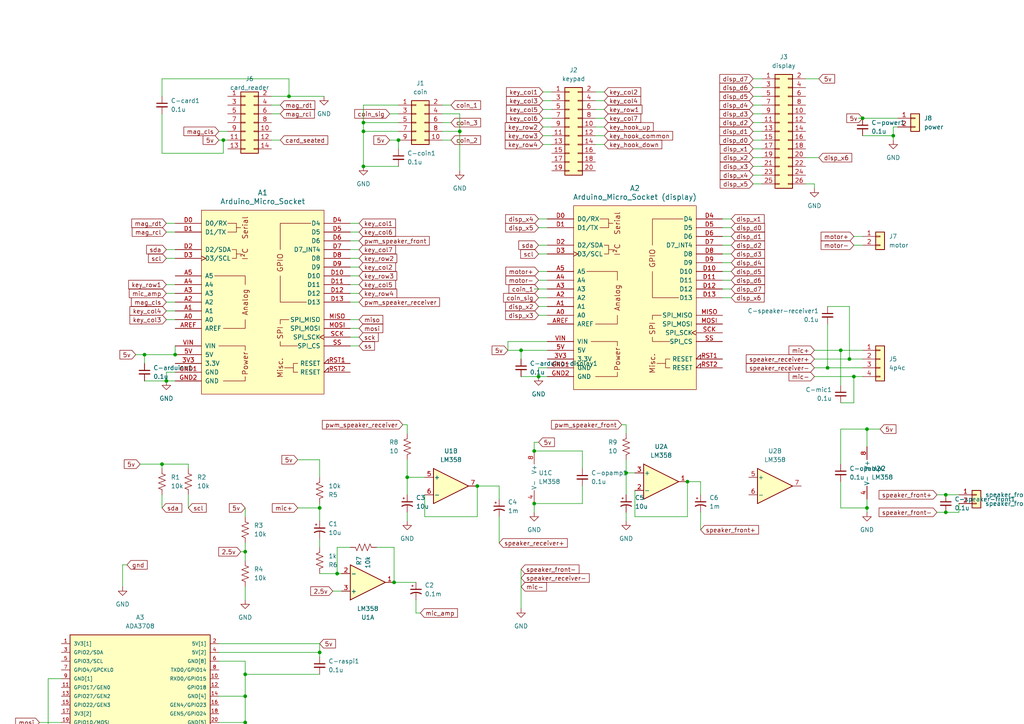
<source format=kicad_sch>
(kicad_sch (version 20230121) (generator eeschema)
  (paper "A4")
  (junction (at 274.32 148.59))
  (junction (at 71.12 222.25))
  (junction (at 13.97 234.95))
  (junction (at 71.12 227.33))
  (junction (at 133.35 38.1))
  (junction (at 259.08 39.37))
  (junction (at 50.8 102.87))
  (junction (at 274.32 143.51))
  (junction (at 114.3 168.91))
  (junction (at 71.12 195.58))
  (junction (at 199.39 139.7))
  (junction (at 240.03 106.68))
  (junction (at 181.61 137.16))
  (junction (at 71.12 209.55))
  (junction (at 154.94 146.05))
  (junction (at 243.84 101.6))
  (junction (at 246.38 104.14))
  (junction (at 64.77 40.64))
  (junction (at 13.97 217.17))
  (junction (at 105.41 48.26))
  (junction (at 92.71 189.23))
  (junction (at 97.79 166.37))
  (junction (at 41.91 102.87))
  (junction (at 151.13 101.6))
  (junction (at 71.12 201.93))
  (junction (at 156.21 109.22))
  (junction (at 251.46 124.46))
  (junction (at 118.11 138.43))
  (junction (at 250.19 34.29))
  (junction (at 138.43 140.97))
  (junction (at 105.41 38.1))
  (junction (at 83.82 27.94))
  (junction (at 71.12 160.02))
  (junction (at 251.46 147.32))
  (junction (at 154.94 130.81))
  (junction (at 46.99 134.62))
  (junction (at 92.71 147.32))
  (junction (at 247.65 109.22))
  (junction (at 105.41 35.56))
  (junction (at 48.26 110.49))
  (junction (at 115.57 40.64))
  (wire (pts (xy 247.65 109.22) (xy 236.22 109.22)))
  (wire (pts (xy 236.22 53.34) (xy 233.68 53.34)))
  (wire (pts (xy 41.91 110.49) (xy 48.26 110.49)))
  (wire (pts (xy 209.55 73.66) (xy 212.09 73.66)))
  (wire (pts (xy 63.5 38.1) (xy 66.04 38.1)))
  (wire (pts (xy 246.38 104.14) (xy 246.38 88.9)))
  (wire (pts (xy 203.2 148.59) (xy 203.2 153.67)))
  (wire (pts (xy 138.43 140.97) (xy 144.78 140.97)))
  (wire (pts (xy 101.6 80.01) (xy 104.14 80.01)))
  (wire (pts (xy 46.99 143.51) (xy 46.99 147.32)))
  (wire (pts (xy 71.12 157.48) (xy 71.12 160.02)))
  (wire (pts (xy 218.44 22.86) (xy 220.98 22.86)))
  (wire (pts (xy 115.57 35.56) (xy 105.41 35.56)))
  (wire (pts (xy 156.21 66.04) (xy 158.75 66.04)))
  (wire (pts (xy 41.91 102.87) (xy 50.8 102.87)))
  (wire (pts (xy 156.21 109.22) (xy 158.75 109.22)))
  (wire (pts (xy 118.11 138.43) (xy 118.11 143.51)))
  (wire (pts (xy 36.83 163.83) (xy 35.56 163.83)))
  (wire (pts (xy 203.2 139.7) (xy 203.2 143.51)))
  (wire (pts (xy 41.91 102.87) (xy 41.91 105.41)))
  (wire (pts (xy 218.44 48.26) (xy 220.98 48.26)))
  (wire (pts (xy 128.27 30.48) (xy 130.81 30.48)))
  (wire (pts (xy 243.84 101.6) (xy 236.22 101.6)))
  (wire (pts (xy 63.5 40.64) (xy 64.77 40.64)))
  (wire (pts (xy 156.21 78.74) (xy 158.75 78.74)))
  (wire (pts (xy 236.22 54.61) (xy 236.22 53.34)))
  (wire (pts (xy 118.11 138.43) (xy 123.19 138.43)))
  (wire (pts (xy 92.71 133.35) (xy 92.71 138.43)))
  (wire (pts (xy 251.46 124.46) (xy 251.46 129.54)))
  (wire (pts (xy 199.39 139.7) (xy 199.39 149.86)))
  (wire (pts (xy 101.6 100.33) (xy 104.14 100.33)))
  (wire (pts (xy 156.21 81.28) (xy 158.75 81.28)))
  (wire (pts (xy 168.91 130.81) (xy 168.91 135.89)))
  (wire (pts (xy 48.26 110.49) (xy 50.8 110.49)))
  (wire (pts (xy 101.6 95.25) (xy 104.14 95.25)))
  (wire (pts (xy 246.38 104.14) (xy 236.22 104.14)))
  (wire (pts (xy 138.43 149.86) (xy 123.19 149.86)))
  (wire (pts (xy 209.55 68.58) (xy 212.09 68.58)))
  (wire (pts (xy 218.44 43.18) (xy 220.98 43.18)))
  (wire (pts (xy 251.46 144.78) (xy 251.46 147.32)))
  (wire (pts (xy 209.55 81.28) (xy 212.09 81.28)))
  (wire (pts (xy 17.78 196.85) (xy 13.97 196.85)))
  (wire (pts (xy 63.5 201.93) (xy 71.12 201.93)))
  (wire (pts (xy 71.12 147.32) (xy 71.12 149.86)))
  (wire (pts (xy 105.41 38.1) (xy 105.41 48.26)))
  (wire (pts (xy 78.74 30.48) (xy 81.28 30.48)))
  (wire (pts (xy 48.26 87.63) (xy 50.8 87.63)))
  (wire (pts (xy 48.26 64.77) (xy 50.8 64.77)))
  (wire (pts (xy 63.5 222.25) (xy 71.12 222.25)))
  (wire (pts (xy 115.57 30.48) (xy 105.41 30.48)))
  (wire (pts (xy 97.79 166.37) (xy 99.06 166.37)))
  (wire (pts (xy 71.12 191.77) (xy 71.12 195.58)))
  (wire (pts (xy 71.12 160.02) (xy 71.12 162.56)))
  (wire (pts (xy 64.77 40.64) (xy 64.77 44.45)))
  (wire (pts (xy 46.99 134.62) (xy 54.61 134.62)))
  (wire (pts (xy 156.21 106.68) (xy 156.21 109.22)))
  (wire (pts (xy 128.27 40.64) (xy 130.81 40.64)))
  (wire (pts (xy 209.55 63.5) (xy 212.09 63.5)))
  (wire (pts (xy 78.74 33.02) (xy 81.28 33.02)))
  (wire (pts (xy 154.94 146.05) (xy 168.91 146.05)))
  (wire (pts (xy 128.27 35.56) (xy 130.81 35.56)))
  (wire (pts (xy 157.48 31.75) (xy 160.02 31.75)))
  (wire (pts (xy 172.72 41.91) (xy 175.26 41.91)))
  (wire (pts (xy 156.21 73.66) (xy 158.75 73.66)))
  (wire (pts (xy 120.65 173.99) (xy 120.65 177.8)))
  (wire (pts (xy 172.72 29.21) (xy 175.26 29.21)))
  (wire (pts (xy 101.6 72.39) (xy 104.14 72.39)))
  (wire (pts (xy 156.21 63.5) (xy 158.75 63.5)))
  (wire (pts (xy 250.19 34.29) (xy 260.35 34.29)))
  (wire (pts (xy 151.13 165.1) (xy 151.13 176.53)))
  (wire (pts (xy 120.65 177.8) (xy 121.92 177.8)))
  (wire (pts (xy 218.44 40.64) (xy 220.98 40.64)))
  (wire (pts (xy 71.12 195.58) (xy 92.71 195.58)))
  (wire (pts (xy 247.65 68.58) (xy 250.19 68.58)))
  (wire (pts (xy 78.74 40.64) (xy 81.28 40.64)))
  (wire (pts (xy 13.97 196.85) (xy 13.97 217.17)))
  (wire (pts (xy 209.55 86.36) (xy 212.09 86.36)))
  (wire (pts (xy 48.26 85.09) (xy 50.8 85.09)))
  (wire (pts (xy 158.75 106.68) (xy 156.21 106.68)))
  (wire (pts (xy 218.44 25.4) (xy 220.98 25.4)))
  (wire (pts (xy 154.94 146.05) (xy 154.94 148.59)))
  (wire (pts (xy 156.21 128.27) (xy 154.94 128.27)))
  (wire (pts (xy 64.77 40.64) (xy 66.04 40.64)))
  (wire (pts (xy 181.61 137.16) (xy 184.15 137.16)))
  (wire (pts (xy 274.32 143.51) (xy 278.13 143.51)))
  (wire (pts (xy 101.6 85.09) (xy 104.14 85.09)))
  (wire (pts (xy 48.26 92.71) (xy 50.8 92.71)))
  (wire (pts (xy 97.79 158.75) (xy 97.79 166.37)))
  (wire (pts (xy 172.72 36.83) (xy 175.26 36.83)))
  (wire (pts (xy 54.61 143.51) (xy 54.61 147.32)))
  (wire (pts (xy 13.97 217.17) (xy 13.97 234.95)))
  (wire (pts (xy 271.78 148.59) (xy 274.32 148.59)))
  (wire (pts (xy 96.52 171.45) (xy 99.06 171.45)))
  (wire (pts (xy 115.57 38.1) (xy 105.41 38.1)))
  (wire (pts (xy 218.44 30.48) (xy 220.98 30.48)))
  (wire (pts (xy 218.44 50.8) (xy 220.98 50.8)))
  (wire (pts (xy 101.6 64.77) (xy 104.14 64.77)))
  (wire (pts (xy 218.44 35.56) (xy 220.98 35.56)))
  (wire (pts (xy 83.82 27.94) (xy 93.98 27.94)))
  (wire (pts (xy 105.41 30.48) (xy 105.41 35.56)))
  (wire (pts (xy 218.44 53.34) (xy 220.98 53.34)))
  (wire (pts (xy 17.78 217.17) (xy 13.97 217.17)))
  (wire (pts (xy 105.41 48.26) (xy 115.57 48.26)))
  (wire (pts (xy 63.5 189.23) (xy 92.71 189.23)))
  (wire (pts (xy 181.61 133.35) (xy 181.61 137.16)))
  (wire (pts (xy 92.71 147.32) (xy 92.71 146.05)))
  (wire (pts (xy 243.84 134.62) (xy 243.84 124.46)))
  (wire (pts (xy 157.48 36.83) (xy 160.02 36.83)))
  (wire (pts (xy 243.84 139.7) (xy 243.84 147.32)))
  (wire (pts (xy 172.72 31.75) (xy 175.26 31.75)))
  (wire (pts (xy 144.78 140.97) (xy 144.78 144.78)))
  (wire (pts (xy 156.21 71.12) (xy 158.75 71.12)))
  (wire (pts (xy 156.21 88.9) (xy 158.75 88.9)))
  (wire (pts (xy 133.35 33.02) (xy 133.35 38.1)))
  (wire (pts (xy 157.48 34.29) (xy 160.02 34.29)))
  (wire (pts (xy 147.32 99.06) (xy 158.75 99.06)))
  (wire (pts (xy 243.84 101.6) (xy 243.84 111.76)))
  (wire (pts (xy 157.48 26.67) (xy 160.02 26.67)))
  (wire (pts (xy 246.38 88.9) (xy 240.03 88.9)))
  (wire (pts (xy 209.55 66.04) (xy 212.09 66.04)))
  (wire (pts (xy 247.65 71.12) (xy 250.19 71.12)))
  (wire (pts (xy 48.26 67.31) (xy 50.8 67.31)))
  (wire (pts (xy 172.72 26.67) (xy 175.26 26.67)))
  (wire (pts (xy 71.12 227.33) (xy 71.12 242.57)))
  (wire (pts (xy 250.19 34.29) (xy 248.92 34.29)))
  (wire (pts (xy 209.55 83.82) (xy 212.09 83.82)))
  (wire (pts (xy 181.61 123.19) (xy 181.61 125.73)))
  (wire (pts (xy 181.61 148.59) (xy 181.61 151.13)))
  (wire (pts (xy 233.68 22.86) (xy 237.49 22.86)))
  (wire (pts (xy 147.32 101.6) (xy 151.13 101.6)))
  (wire (pts (xy 86.36 133.35) (xy 92.71 133.35)))
  (wire (pts (xy 105.41 35.56) (xy 105.41 38.1)))
  (wire (pts (xy 156.21 86.36) (xy 158.75 86.36)))
  (wire (pts (xy 63.5 186.69) (xy 92.71 186.69)))
  (wire (pts (xy 247.65 109.22) (xy 247.65 116.84)))
  (wire (pts (xy 271.78 143.51) (xy 274.32 143.51)))
  (wire (pts (xy 71.12 195.58) (xy 71.12 201.93)))
  (wire (pts (xy 147.32 101.6) (xy 147.32 99.06)))
  (wire (pts (xy 218.44 33.02) (xy 220.98 33.02)))
  (wire (pts (xy 40.64 134.62) (xy 46.99 134.62)))
  (wire (pts (xy 133.35 38.1) (xy 133.35 49.53)))
  (wire (pts (xy 128.27 38.1) (xy 133.35 38.1)))
  (wire (pts (xy 48.26 107.95) (xy 48.26 110.49)))
  (wire (pts (xy 101.6 82.55) (xy 104.14 82.55)))
  (wire (pts (xy 11.43 232.41) (xy 17.78 232.41)))
  (wire (pts (xy 154.94 128.27) (xy 154.94 130.81)))
  (wire (pts (xy 243.84 147.32) (xy 251.46 147.32)))
  (wire (pts (xy 17.78 234.95) (xy 13.97 234.95)))
  (wire (pts (xy 250.19 109.22) (xy 247.65 109.22)))
  (wire (pts (xy 101.6 69.85) (xy 104.14 69.85)))
  (wire (pts (xy 184.15 142.24) (xy 184.15 149.86)))
  (wire (pts (xy 63.5 209.55) (xy 71.12 209.55)))
  (wire (pts (xy 71.12 222.25) (xy 71.12 227.33)))
  (wire (pts (xy 113.03 33.02) (xy 115.57 33.02)))
  (wire (pts (xy 128.27 33.02) (xy 133.35 33.02)))
  (wire (pts (xy 218.44 45.72) (xy 220.98 45.72)))
  (wire (pts (xy 83.82 22.86) (xy 83.82 27.94)))
  (wire (pts (xy 48.26 82.55) (xy 50.8 82.55)))
  (wire (pts (xy 35.56 163.83) (xy 35.56 170.18)))
  (wire (pts (xy 240.03 106.68) (xy 236.22 106.68)))
  (wire (pts (xy 218.44 27.94) (xy 220.98 27.94)))
  (wire (pts (xy 278.13 148.59) (xy 278.13 146.05)))
  (wire (pts (xy 168.91 146.05) (xy 168.91 140.97)))
  (wire (pts (xy 154.94 130.81) (xy 168.91 130.81)))
  (wire (pts (xy 46.99 27.94) (xy 46.99 22.86)))
  (wire (pts (xy 123.19 143.51) (xy 123.19 149.86)))
  (wire (pts (xy 11.43 212.09) (xy 17.78 212.09)))
  (wire (pts (xy 69.85 160.02) (xy 71.12 160.02)))
  (wire (pts (xy 78.74 27.94) (xy 83.82 27.94)))
  (wire (pts (xy 184.15 149.86) (xy 199.39 149.86)))
  (wire (pts (xy 151.13 101.6) (xy 151.13 104.14)))
  (wire (pts (xy 259.08 36.83) (xy 260.35 36.83)))
  (wire (pts (xy 209.55 71.12) (xy 212.09 71.12)))
  (wire (pts (xy 144.78 149.86) (xy 144.78 157.48)))
  (wire (pts (xy 113.03 40.64) (xy 115.57 40.64)))
  (wire (pts (xy 71.12 209.55) (xy 71.12 222.25)))
  (wire (pts (xy 92.71 189.23) (xy 92.71 190.5)))
  (wire (pts (xy 181.61 137.16) (xy 181.61 143.51)))
  (wire (pts (xy 92.71 189.23) (xy 92.71 186.69)))
  (wire (pts (xy 157.48 39.37) (xy 160.02 39.37)))
  (wire (pts (xy 97.79 158.75) (xy 101.6 158.75)))
  (wire (pts (xy 48.26 74.93) (xy 50.8 74.93)))
  (wire (pts (xy 63.5 191.77) (xy 71.12 191.77)))
  (wire (pts (xy 13.97 234.95) (xy 13.97 241.3)))
  (wire (pts (xy 48.26 90.17) (xy 50.8 90.17)))
  (wire (pts (xy 156.21 91.44) (xy 158.75 91.44)))
  (wire (pts (xy 118.11 148.59) (xy 118.11 151.13)))
  (wire (pts (xy 92.71 156.21) (xy 92.71 158.75)))
  (wire (pts (xy 209.55 76.2) (xy 212.09 76.2)))
  (wire (pts (xy 101.6 87.63) (xy 104.14 87.63)))
  (wire (pts (xy 250.19 39.37) (xy 259.08 39.37)))
  (wire (pts (xy 118.11 123.19) (xy 118.11 125.73)))
  (wire (pts (xy 101.6 97.79) (xy 104.14 97.79)))
  (wire (pts (xy 109.22 158.75) (xy 114.3 158.75)))
  (wire (pts (xy 116.84 123.19) (xy 118.11 123.19)))
  (wire (pts (xy 114.3 168.91) (xy 120.65 168.91)))
  (wire (pts (xy 11.43 209.55) (xy 17.78 209.55)))
  (wire (pts (xy 218.44 38.1) (xy 220.98 38.1)))
  (wire (pts (xy 251.46 147.32) (xy 251.46 148.59)))
  (wire (pts (xy 63.5 227.33) (xy 71.12 227.33)))
  (wire (pts (xy 11.43 214.63) (xy 17.78 214.63)))
  (wire (pts (xy 151.13 109.22) (xy 156.21 109.22)))
  (wire (pts (xy 209.55 78.74) (xy 212.09 78.74)))
  (wire (pts (xy 39.37 102.87) (xy 41.91 102.87)))
  (wire (pts (xy 46.99 44.45) (xy 64.77 44.45)))
  (wire (pts (xy 172.72 34.29) (xy 175.26 34.29)))
  (wire (pts (xy 247.65 116.84) (xy 243.84 116.84)))
  (wire (pts (xy 92.71 147.32) (xy 92.71 151.13)))
  (wire (pts (xy 101.6 77.47) (xy 104.14 77.47)))
  (wire (pts (xy 240.03 106.68) (xy 240.03 93.98)))
  (wire (pts (xy 172.72 39.37) (xy 175.26 39.37)))
  (wire (pts (xy 92.71 166.37) (xy 97.79 166.37)))
  (wire (pts (xy 86.36 147.32) (xy 92.71 147.32)))
  (wire (pts (xy 46.99 22.86) (xy 83.82 22.86)))
  (wire (pts (xy 101.6 74.93) (xy 104.14 74.93)))
  (wire (pts (xy 233.68 45.72) (xy 237.49 45.72)))
  (wire (pts (xy 101.6 67.31) (xy 104.14 67.31)))
  (wire (pts (xy 101.6 92.71) (xy 104.14 92.71)))
  (wire (pts (xy 250.19 101.6) (xy 243.84 101.6)))
  (wire (pts (xy 180.34 123.19) (xy 181.61 123.19)))
  (wire (pts (xy 115.57 40.64) (xy 115.57 43.18)))
  (wire (pts (xy 46.99 134.62) (xy 46.99 135.89)))
  (wire (pts (xy 250.19 104.14) (xy 246.38 104.14)))
  (wire (pts (xy 259.08 39.37) (xy 259.08 36.83)))
  (wire (pts (xy 151.13 101.6) (xy 158.75 101.6)))
  (wire (pts (xy 199.39 139.7) (xy 203.2 139.7)))
  (wire (pts (xy 114.3 158.75) (xy 114.3 168.91)))
  (wire (pts (xy 259.08 40.64) (xy 259.08 39.37)))
  (wire (pts (xy 50.8 107.95) (xy 48.26 107.95)))
  (wire (pts (xy 154.94 83.82) (xy 158.75 83.82)))
  (wire (pts (xy 255.27 124.46) (xy 251.46 124.46)))
  (wire (pts (xy 274.32 148.59) (xy 278.13 148.59)))
  (wire (pts (xy 54.61 134.62) (xy 54.61 135.89)))
  (wire (pts (xy 157.48 41.91) (xy 160.02 41.91)))
  (wire (pts (xy 118.11 133.35) (xy 118.11 138.43)))
  (wire (pts (xy 48.26 72.39) (xy 50.8 72.39)))
  (wire (pts (xy 243.84 124.46) (xy 251.46 124.46)))
  (wire (pts (xy 71.12 201.93) (xy 71.12 209.55)))
  (wire (pts (xy 157.48 29.21) (xy 160.02 29.21)))
  (wire (pts (xy 71.12 170.18) (xy 71.12 173.99)))
  (wire (pts (xy 250.19 106.68) (xy 240.03 106.68)))
  (wire (pts (xy 46.99 33.02) (xy 46.99 44.45)))
  (wire (pts (xy 138.43 140.97) (xy 138.43 149.86)))
  (wire (pts (xy 50.8 102.87) (xy 50.8 100.33)))
  (global_label "coin_sig" (shape input) (at 156.21 86.36 180) (property "Intersheetrefs" "${INTERSHEET_REFS}" (effects hide)))
  (global_label "sda" (shape input) (at 156.21 71.12 180) (property "Intersheetrefs" "${INTERSHEET_REFS}" (effects hide)))
  (global_label "disp_d5" (shape input) (at 212.09 78.74 0) (property "Intersheetrefs" "${INTERSHEET_REFS}" (effects hide)))
  (global_label "5v" (shape input) (at 40.64 134.62 180) (property "Intersheetrefs" "${INTERSHEET_REFS}" (effects hide)))
  (global_label "pwm_speaker_receiver" (shape input) (at 104.14 87.63 0) (property "Intersheetrefs" "${INTERSHEET_REFS}" (effects hide)))
  (global_label "miso" (shape input) (at 104.14 92.71 0) (property "Intersheetrefs" "${INTERSHEET_REFS}" (effects hide)))
  (global_label "key_col1" (shape input) (at 157.48 26.67 180) (property "Intersheetrefs" "${INTERSHEET_REFS}" (effects hide)))
  (global_label "disp_d2" (shape input) (at 212.09 71.12 0) (property "Intersheetrefs" "${INTERSHEET_REFS}" (effects hide)))
  (global_label "coin_3" (shape input) (at 130.81 35.56 0) (property "Intersheetrefs" "${INTERSHEET_REFS}" (effects hide)))
  (global_label "key_row1" (shape input) (at 175.26 31.75 0) (property "Intersheetrefs" "${INTERSHEET_REFS}" (effects hide)))
  (global_label "scl" (shape input) (at 54.61 147.32 0) (property "Intersheetrefs" "${INTERSHEET_REFS}" (effects hide)))
  (global_label "speaker_receiver+" (shape input) (at 144.78 157.48 0) (property "Intersheetrefs" "${INTERSHEET_REFS}" (effects hide)))
  (global_label "key_col2" (shape input) (at 104.14 77.47 0) (property "Intersheetrefs" "${INTERSHEET_REFS}" (effects hide)))
  (global_label "disp_x4" (shape input) (at 218.44 50.8 180) (property "Intersheetrefs" "${INTERSHEET_REFS}" (effects hide)))
  (global_label "coin_sig" (shape input) (at 113.03 33.02 180) (property "Intersheetrefs" "${INTERSHEET_REFS}" (effects hide)))
  (global_label "5v" (shape input) (at 92.71 186.69 0) (property "Intersheetrefs" "${INTERSHEET_REFS}" (effects hide)))
  (global_label "disp_d1" (shape input) (at 218.44 38.1 180) (property "Intersheetrefs" "${INTERSHEET_REFS}" (effects hide)))
  (global_label "key_row2" (shape input) (at 157.48 36.83 180) (property "Intersheetrefs" "${INTERSHEET_REFS}" (effects hide)))
  (global_label "disp_x5" (shape input) (at 218.44 53.34 180) (property "Intersheetrefs" "${INTERSHEET_REFS}" (effects hide)))
  (global_label "key_col6" (shape input) (at 157.48 34.29 180) (property "Intersheetrefs" "${INTERSHEET_REFS}" (effects hide)))
  (global_label "mag_rcl" (shape input) (at 81.28 33.02 0) (property "Intersheetrefs" "${INTERSHEET_REFS}" (effects hide)))
  (global_label "pwm_speaker_front" (shape input) (at 180.34 123.19 180) (property "Intersheetrefs" "${INTERSHEET_REFS}" (effects hide)))
  (global_label "5v" (shape input) (at 63.5 40.64 180) (property "Intersheetrefs" "${INTERSHEET_REFS}" (effects hide)))
  (global_label "motor+" (shape input) (at 247.65 68.58 180) (property "Intersheetrefs" "${INTERSHEET_REFS}" (effects hide)))
  (global_label "disp_d4" (shape input) (at 218.44 30.48 180) (property "Intersheetrefs" "${INTERSHEET_REFS}" (effects hide)))
  (global_label "2.5v" (shape input) (at 69.85 160.02 180) (property "Intersheetrefs" "${INTERSHEET_REFS}" (effects hide)))
  (global_label "key_col5" (shape input) (at 157.48 31.75 180) (property "Intersheetrefs" "${INTERSHEET_REFS}" (effects hide)))
  (global_label "mag_rdt" (shape input) (at 81.28 30.48 0) (property "Intersheetrefs" "${INTERSHEET_REFS}" (effects hide)))
  (global_label "key_col7" (shape input) (at 175.26 34.29 0) (property "Intersheetrefs" "${INTERSHEET_REFS}" (effects hide)))
  (global_label "disp_x6" (shape input) (at 237.49 45.72 0) (property "Intersheetrefs" "${INTERSHEET_REFS}" (effects hide)))
  (global_label "sda" (shape input) (at 46.99 147.32 0) (property "Intersheetrefs" "${INTERSHEET_REFS}" (effects hide)))
  (global_label "motor-" (shape input) (at 247.65 71.12 180) (property "Intersheetrefs" "${INTERSHEET_REFS}" (effects hide)))
  (global_label "disp_x1" (shape input) (at 218.44 43.18 180) (property "Intersheetrefs" "${INTERSHEET_REFS}" (effects hide)))
  (global_label "key_col6" (shape input) (at 104.14 67.31 0) (property "Intersheetrefs" "${INTERSHEET_REFS}" (effects hide)))
  (global_label "mic_amp" (shape input) (at 121.92 177.8 0) (property "Intersheetrefs" "${INTERSHEET_REFS}" (effects hide)))
  (global_label "key_row3" (shape input) (at 104.14 80.01 0) (property "Intersheetrefs" "${INTERSHEET_REFS}" (effects hide)))
  (global_label "speaker_front-" (shape input) (at 151.13 165.1 0) (property "Intersheetrefs" "${INTERSHEET_REFS}" (effects hide)))
  (global_label "key_col7" (shape input) (at 104.14 72.39 0) (property "Intersheetrefs" "${INTERSHEET_REFS}" (effects hide)))
  (global_label "speaker_front+" (shape input) (at 271.78 143.51 180) (property "Intersheetrefs" "${INTERSHEET_REFS}" (effects hide)))
  (global_label "disp_x3" (shape input) (at 218.44 48.26 180) (property "Intersheetrefs" "${INTERSHEET_REFS}" (effects hide)))
  (global_label "speaker_front+" (shape input) (at 203.2 153.67 0) (property "Intersheetrefs" "${INTERSHEET_REFS}" (effects hide)))
  (global_label "mic+" (shape input) (at 236.22 101.6 180) (property "Intersheetrefs" "${INTERSHEET_REFS}" (effects hide)))
  (global_label "5v" (shape input) (at 237.49 22.86 0) (property "Intersheetrefs" "${INTERSHEET_REFS}" (effects hide)))
  (global_label "mic+" (shape input) (at 86.36 147.32 180) (property "Intersheetrefs" "${INTERSHEET_REFS}" (effects hide)))
  (global_label "mag_rdt" (shape input) (at 48.26 64.77 180) (property "Intersheetrefs" "${INTERSHEET_REFS}" (effects hide)))
  (global_label "key_col3" (shape input) (at 157.48 29.21 180) (property "Intersheetrefs" "${INTERSHEET_REFS}" (effects hide)))
  (global_label "speaker_receiver-" (shape input) (at 236.22 106.68 180) (property "Intersheetrefs" "${INTERSHEET_REFS}" (effects hide)))
  (global_label "sda" (shape input) (at 48.26 72.39 180) (property "Intersheetrefs" "${INTERSHEET_REFS}" (effects hide)))
  (global_label "5v" (shape input) (at 71.12 147.32 180) (property "Intersheetrefs" "${INTERSHEET_REFS}" (effects hide)))
  (global_label "key_col4" (shape input) (at 48.26 90.17 180) (property "Intersheetrefs" "${INTERSHEET_REFS}" (effects hide)))
  (global_label "disp_d7" (shape input) (at 212.09 83.82 0) (property "Intersheetrefs" "${INTERSHEET_REFS}" (effects hide)))
  (global_label "key_col1" (shape input) (at 104.14 64.77 0) (property "Intersheetrefs" "${INTERSHEET_REFS}" (effects hide)))
  (global_label "motor+" (shape input) (at 156.21 78.74 180) (property "Intersheetrefs" "${INTERSHEET_REFS}" (effects hide)))
  (global_label "disp_x3" (shape input) (at 156.21 91.44 180) (property "Intersheetrefs" "${INTERSHEET_REFS}" (effects hide)))
  (global_label "mic-" (shape input) (at 236.22 109.22 180) (property "Intersheetrefs" "${INTERSHEET_REFS}" (effects hide)))
  (global_label "5v" (shape input) (at 255.27 124.46 0) (property "Intersheetrefs" "${INTERSHEET_REFS}" (effects hide)))
  (global_label "disp_x1" (shape input) (at 212.09 63.5 0) (property "Intersheetrefs" "${INTERSHEET_REFS}" (effects hide)))
  (global_label "disp_d3" (shape input) (at 212.09 73.66 0) (property "Intersheetrefs" "${INTERSHEET_REFS}" (effects hide)))
  (global_label "pwm_speaker_receiver" (shape input) (at 116.84 123.19 180) (property "Intersheetrefs" "${INTERSHEET_REFS}" (effects hide)))
  (global_label "disp_d3" (shape input) (at 218.44 33.02 180) (property "Intersheetrefs" "${INTERSHEET_REFS}" (effects hide)))
  (global_label "speaker_front-" (shape input) (at 271.78 148.59 180) (property "Intersheetrefs" "${INTERSHEET_REFS}" (effects hide)))
  (global_label "speaker_receiver+" (shape input) (at 236.22 104.14 180) (property "Intersheetrefs" "${INTERSHEET_REFS}" (effects hide)))
  (global_label "sck" (shape input) (at 104.14 97.79 0) (property "Intersheetrefs" "${INTERSHEET_REFS}" (effects hide)))
  (global_label "disp_x2" (shape input) (at 156.21 88.9 180) (property "Intersheetrefs" "${INTERSHEET_REFS}" (effects hide)))
  (global_label "disp_x2" (shape input) (at 218.44 45.72 180) (property "Intersheetrefs" "${INTERSHEET_REFS}" (effects hide)))
  (global_label "pwm_speaker_front" (shape input) (at 104.14 69.85 0) (property "Intersheetrefs" "${INTERSHEET_REFS}" (effects hide)))
  (global_label "disp_d0" (shape input) (at 212.09 66.04 0) (property "Intersheetrefs" "${INTERSHEET_REFS}" (effects hide)))
  (global_label "disp_x4" (shape input) (at 156.21 63.5 180) (property "Intersheetrefs" "${INTERSHEET_REFS}" (effects hide)))
  (global_label "ss" (shape input) (at 104.14 100.33 0) (property "Intersheetrefs" "${INTERSHEET_REFS}" (effects hide)))
  (global_label "disp_d1" (shape input) (at 212.09 68.58 0) (property "Intersheetrefs" "${INTERSHEET_REFS}" (effects hide)))
  (global_label "key_col4" (shape input) (at 175.26 29.21 0) (property "Intersheetrefs" "${INTERSHEET_REFS}" (effects hide)))
  (global_label "disp_d4" (shape input) (at 212.09 76.2 0) (property "Intersheetrefs" "${INTERSHEET_REFS}" (effects hide)))
  (global_label "mic-" (shape input) (at 151.13 170.18 0) (property "Intersheetrefs" "${INTERSHEET_REFS}" (effects hide)))
  (global_label "5v" (shape input) (at 156.21 128.27 0) (property "Intersheetrefs" "${INTERSHEET_REFS}" (effects hide)))
  (global_label "disp_d6" (shape input) (at 218.44 25.4 180) (property "Intersheetrefs" "${INTERSHEET_REFS}" (effects hide)))
  (global_label "motor-" (shape input) (at 156.21 81.28 180) (property "Intersheetrefs" "${INTERSHEET_REFS}" (effects hide)))
  (global_label "mag_cls" (shape input) (at 63.5 38.1 180) (property "Intersheetrefs" "${INTERSHEET_REFS}" (effects hide)))
  (global_label "disp_d6" (shape input) (at 212.09 81.28 0) (property "Intersheetrefs" "${INTERSHEET_REFS}" (effects hide)))
  (global_label "5v" (shape input) (at 113.03 40.64 180) (property "Intersheetrefs" "${INTERSHEET_REFS}" (effects hide)))
  (global_label "coin_1" (shape input) (at 156.21 83.82 180) (property "Intersheetrefs" "${INTERSHEET_REFS}" (effects hide)))
  (global_label "card_seated" (shape input) (at 81.28 40.64 0) (property "Intersheetrefs" "${INTERSHEET_REFS}" (effects hide)))
  (global_label "mag_cls" (shape input) (at 48.26 87.63 180) (property "Intersheetrefs" "${INTERSHEET_REFS}" (effects hide)))
  (global_label "key_col2" (shape input) (at 175.26 26.67 0) (property "Intersheetrefs" "${INTERSHEET_REFS}" (effects hide)))
  (global_label "disp_x6" (shape input) (at 212.09 86.36 0) (property "Intersheetrefs" "${INTERSHEET_REFS}" (effects hide)))
  (global_label "disp_d5" (shape input) (at 218.44 27.94 180) (property "Intersheetrefs" "${INTERSHEET_REFS}" (effects hide)))
  (global_label "5v" (shape input) (at 86.36 133.35 180) (property "Intersheetrefs" "${INTERSHEET_REFS}" (effects hide)))
  (global_label "disp_x5" (shape input) (at 156.21 66.04 180) (property "Intersheetrefs" "${INTERSHEET_REFS}" (effects hide)))
  (global_label "speaker_receiver-" (shape input) (at 151.13 167.64 0) (property "Intersheetrefs" "${INTERSHEET_REFS}" (effects hide)))
  (global_label "scl" (shape input) (at 48.26 74.93 180) (property "Intersheetrefs" "${INTERSHEET_REFS}" (effects hide)))
  (global_label "mag_rcl" (shape input) (at 48.26 67.31 180) (property "Intersheetrefs" "${INTERSHEET_REFS}" (effects hide)))
  (global_label "key_col3" (shape input) (at 48.26 92.71 180) (property "Intersheetrefs" "${INTERSHEET_REFS}" (effects hide)))
  (global_label "key_row4" (shape input) (at 104.14 85.09 0) (property "Intersheetrefs" "${INTERSHEET_REFS}" (effects hide)))
  (global_label "sck" (shape input) (at 11.43 214.63 180) (property "Intersheetrefs" "${INTERSHEET_REFS}" (effects hide)))
  (global_label "gnd" (shape input) (at 36.83 163.83 0) (property "Intersheetrefs" "${INTERSHEET_REFS}" (effects hide)))
  (global_label "disp_d2" (shape input) (at 218.44 35.56 180) (property "Intersheetrefs" "${INTERSHEET_REFS}" (effects hide)))
  (global_label "ss" (shape input) (at 11.43 232.41 180) (property "Intersheetrefs" "${INTERSHEET_REFS}" (effects hide)))
  (global_label "key_row4" (shape input) (at 157.48 41.91 180) (property "Intersheetrefs" "${INTERSHEET_REFS}" (effects hide)))
  (global_label "key_col5" (shape input) (at 104.14 82.55 0) (property "Intersheetrefs" "${INTERSHEET_REFS}" (effects hide)))
  (global_label "miso" (shape input) (at 11.43 212.09 180) (property "Intersheetrefs" "${INTERSHEET_REFS}" (effects hide)))
  (global_label "mosi" (shape input) (at 11.43 209.55 180) (property "Intersheetrefs" "${INTERSHEET_REFS}" (effects hide)))
  (global_label "2.5v" (shape input) (at 96.52 171.45 180) (property "Intersheetrefs" "${INTERSHEET_REFS}" (effects hide)))
  (global_label "5v" (shape input) (at 39.37 102.87 180) (property "Intersheetrefs" "${INTERSHEET_REFS}" (effects hide)))
  (global_label "disp_d7" (shape input) (at 218.44 22.86 180) (property "Intersheetrefs" "${INTERSHEET_REFS}" (effects hide)))
  (global_label "disp_d0" (shape input) (at 218.44 40.64 180) (property "Intersheetrefs" "${INTERSHEET_REFS}" (effects hide)))
  (global_label "key_row2" (shape input) (at 104.14 74.93 0) (property "Intersheetrefs" "${INTERSHEET_REFS}" (effects hide)))
  (global_label "key_row1" (shape input) (at 48.26 82.55 180) (property "Intersheetrefs" "${INTERSHEET_REFS}" (effects hide)))
  (global_label "5v" (shape input) (at 147.32 101.6 180) (property "Intersheetrefs" "${INTERSHEET_REFS}" (effects hide)))
  (global_label "key_hook_down" (shape input) (at 175.26 41.91 0) (property "Intersheetrefs" "${INTERSHEET_REFS}" (effects hide)))
  (global_label "5v" (shape input) (at 250.19 34.29 180) (property "Intersheetrefs" "${INTERSHEET_REFS}" (effects hide)))
  (global_label "mic_amp" (shape input) (at 48.26 85.09 180) (property "Intersheetrefs" "${INTERSHEET_REFS}" (effects hide)))
  (global_label "mosi" (shape input) (at 104.14 95.25 0) (property "Intersheetrefs" "${INTERSHEET_REFS}" (effects hide)))
  (global_label "key_hook_common" (shape input) (at 175.26 39.37 0) (property "Intersheetrefs" "${INTERSHEET_REFS}" (effects hide)))
  (global_label "coin_2" (shape input) (at 130.81 40.64 0) (property "Intersheetrefs" "${INTERSHEET_REFS}" (effects hide)))
  (global_label "key_row3" (shape input) (at 157.48 39.37 180) (property "Intersheetrefs" "${INTERSHEET_REFS}" (effects hide)))
  (global_label "coin_1" (shape input) (at 130.81 30.48 0) (property "Intersheetrefs" "${INTERSHEET_REFS}" (effects hide)))
  (global_label "scl" (shape input) (at 156.21 73.66 180) (property "Intersheetrefs" "${INTERSHEET_REFS}" (effects hide)))
  (global_label "key_hook_up" (shape input) (at 175.26 36.83 0) (property "Intersheetrefs" "${INTERSHEET_REFS}" (effects hide)))
  (symbol (lib_id "Device:C_Small") (at 92.71 193.04 0) (unit 1)
    (property "Reference" "C-raspi1" (at 95.25 191.7763 0) (effects (justify left)))
    (property "Value" "0.1u" (at 95.25 194.3163 0) (effects (justify left)))
    (property "Footprint" "Capacitor_THT:C_Axial_L3.8mm_D2.6mm_P7.50mm_Horizontal" (effects hide))
  )
  (symbol (lib_id "ADA3708:ADA3708") (at 40.64 209.55 0) (unit 1)
    (property "Reference" "A3" (at 40.64 179.07 0))
    (property "Value" "ADA3708" (at 40.64 181.61 0))
    (property "Footprint" "ADA3708:ADA3708_RPI-ZERO" (effects hide))
    (property "MF" "Adafruit Industries" (effects hide))
    (property "Description" "\nRaspberry Pi Zero WH (Zero W with Headers)\n" (effects hide))
    (property "Package" "None" (effects hide))
    (property "Price" "None" (effects hide))
    (property "Check_prices" "https://www.snapeda.com/parts/ADA3708/Adafruit+Industries+LLC/view-part/?ref=eda" (effects hide))
    (property "STANDARD" "MAnufactutrer Recommendations" (effects hide))
    (property "SnapEDA_Link" "https://www.snapeda.com/parts/ADA3708/Adafruit+Industries+LLC/view-part/?ref=snap" (effects hide))
    (property "MP" "ADA3708" (effects hide))
    (property "Availability" "Not in stock" (effects hide))
    (property "MANUFACTURER" "Raspberry" (effects hide))
  )
  (symbol (lib_id "Connector_Generic:Conn_01x04") (at 255.27 104.14 0) (unit 1)
    (property "Reference" "J5" (at 257.81 104.14 0) (effects (justify left)))
    (property "Value" "4p4c" (at 257.81 106.68 0) (effects (justify left)))
    (property "Footprint" "Connector_PinHeader_2.54mm:PinHeader_1x04_P2.54mm_Vertical" (effects hide))
  )
  (symbol (lib_id "Amplifier_Operational:LM358") (at 130.81 140.97 0) (unit 2)
    (property "Reference" "U1" (at 130.81 130.81 0))
    (property "Value" "LM358" (at 130.81 133.35 0))
    (property "Footprint" "LM358:DIL08" (effects hide))
    (property "Datasheet" "http://www.ti.com/lit/ds/symlink/lm2904-n.pdf" (effects hide))
  )
  (symbol (lib_id "power:GND") (at 251.46 148.59 0) (unit 1)
    (property "Reference" "#PWR09" (effects hide))
    (property "Value" "GND" (at 251.46 153.67 0))
  )
  (symbol (lib_id "PCM_arduino-library:Arduino_Micro_Socket") (at 184.15 86.36 0) (unit 1)
    (property "Reference" "A2" (at 184.15 54.61 0) (effects (font (size 1.524 1.524))))
    (property "Value" "Arduino_Micro_Socket (display)" (at 184.15 57.15 0) (effects (font (size 1.524 1.524))))
    (property "Footprint" "PCM_arduino-library:Arduino_Micro_Socket" (effects hide))
    (property "Datasheet" "https://docs.arduino.cc/hardware/micro" (effects hide))
  )
  (symbol (lib_id "Device:R_US") (at 105.41 158.75 90) (mirror x) (unit 1)
    (property "Reference" "R7" (at 104.14 161.29 0) (effects (justify left)))
    (property "Value" "10k" (at 106.68 161.29 0) (effects (justify left)))
    (property "Footprint" "Resistor_THT:R_Axial_DIN0204_L3.6mm_D1.6mm_P7.62mm_Horizontal" (effects hide))
  )
  (symbol (lib_id "power:GND") (at 35.56 170.18 0) (unit 1)
    (property "Reference" "#PWR015" (effects hide))
    (property "Value" "GND" (at 35.56 175.26 0))
  )
  (symbol (lib_id "Device:C_Polarized_Small_US") (at 92.71 153.67 0) (unit 1)
    (property "Reference" "C1" (at 95.25 151.9682 0) (effects (justify left)))
    (property "Value" "10u" (at 95.25 154.5082 0) (effects (justify left)))
    (property "Footprint" "Capacitor_THT:C_Radial_D6.3mm_H5.0mm_P2.50mm" (effects hide))
  )
  (symbol (lib_id "Device:R_US") (at 181.61 129.54 0) (mirror y) (unit 1)
    (property "Reference" "R9" (at 179.07 128.27 0) (effects (justify left)))
    (property "Value" "10" (at 179.07 130.81 0) (effects (justify left)))
    (property "Footprint" "Resistor_THT:R_Axial_DIN0204_L3.6mm_D1.6mm_P7.62mm_Horizontal" (effects hide))
  )
  (symbol (lib_id "power:GND") (at 105.41 48.26 0) (mirror y) (unit 1)
    (property "Reference" "#PWR04" (effects hide))
    (property "Value" "GND" (at 105.41 53.34 0))
  )
  (symbol (lib_id "Device:C_Small") (at 243.84 137.16 0) (unit 1)
    (property "Reference" "C-opamp2" (at 246.38 135.8963 0) (effects (justify left)))
    (property "Value" "0.1u" (at 246.38 138.4363 0) (effects (justify left)))
    (property "Footprint" "Capacitor_THT:C_Axial_L3.8mm_D2.6mm_P7.50mm_Horizontal" (effects hide))
  )
  (symbol (lib_id "Device:C_Small") (at 46.99 30.48 0) (unit 1)
    (property "Reference" "C-card1" (at 49.53 29.2163 0) (effects (justify left)))
    (property "Value" "0.1u" (at 49.53 31.7563 0) (effects (justify left)))
    (property "Footprint" "Capacitor_THT:C_Axial_L3.8mm_D2.6mm_P7.50mm_Horizontal" (effects hide))
  )
  (symbol (lib_id "Amplifier_Operational:LM358") (at 157.48 138.43 0) (unit 3)
    (property "Reference" "U1" (at 156.21 137.16 0) (effects (justify left)))
    (property "Value" "LM358" (at 156.21 139.7 0) (effects (justify left)))
    (property "Footprint" "LM358:DIL08" (effects hide))
    (property "Datasheet" "http://www.ti.com/lit/ds/symlink/lm2904-n.pdf" (effects hide))
  )
  (symbol (lib_id "power:GND") (at 93.98 27.94 0) (mirror y) (unit 1)
    (property "Reference" "#PWR03" (effects hide))
    (property "Value" "GND" (at 93.98 33.02 0))
  )
  (symbol (lib_id "power:GND") (at 71.12 242.57 0) (unit 1)
    (property "Reference" "#PWR014" (effects hide))
    (property "Value" "GND" (at 71.12 247.65 0))
  )
  (symbol (lib_id "Connector_Generic:Conn_02x05_Odd_Even") (at 120.65 35.56 0) (unit 1)
    (property "Reference" "J1" (at 121.92 24.13 0))
    (property "Value" "coin" (at 121.92 26.67 0))
    (property "Footprint" "Connector_PinHeader_2.54mm:PinHeader_2x05_P2.54mm_Vertical" (effects hide))
  )
  (symbol (lib_id "Device:R_US") (at 46.99 139.7 0) (unit 1)
    (property "Reference" "R1" (at 49.53 138.43 0) (effects (justify left)))
    (property "Value" "10k" (at 49.53 140.97 0) (effects (justify left)))
    (property "Footprint" "Resistor_THT:R_Axial_DIN0204_L3.6mm_D1.6mm_P7.62mm_Horizontal" (effects hide))
  )
  (symbol (lib_id "Amplifier_Operational:LM358") (at 191.77 139.7 0) (unit 1)
    (property "Reference" "U2" (at 191.77 129.54 0))
    (property "Value" "LM358" (at 191.77 132.08 0))
    (property "Footprint" "LM358:DIL08" (effects hide))
    (property "Datasheet" "http://www.ti.com/lit/ds/symlink/lm2904-n.pdf" (effects hide))
  )
  (symbol (lib_id "Device:C_Small") (at 168.91 138.43 0) (unit 1)
    (property "Reference" "C-opamp1" (at 171.45 137.1663 0) (effects (justify left)))
    (property "Value" "0.1u" (at 171.45 139.7063 0) (effects (justify left)))
    (property "Footprint" "Capacitor_THT:C_Axial_L3.8mm_D2.6mm_P7.50mm_Horizontal" (effects hide))
  )
  (symbol (lib_id "Device:R_US") (at 92.71 162.56 0) (mirror x) (unit 1)
    (property "Reference" "R6" (at 95.25 163.83 0) (effects (justify left)))
    (property "Value" "1k" (at 95.25 161.29 0) (effects (justify left)))
    (property "Footprint" "Resistor_THT:R_Axial_DIN0204_L3.6mm_D1.6mm_P7.62mm_Horizontal" (effects hide))
  )
  (symbol (lib_id "power:GND") (at 181.61 151.13 0) (unit 1)
    (property "Reference" "#PWR010" (effects hide))
    (property "Value" "GND" (at 181.61 156.21 0))
  )
  (symbol (lib_id "power:GND") (at 236.22 54.61 0) (unit 1)
    (property "Reference" "#PWR016" (effects hide))
    (property "Value" "GND" (at 236.22 59.69 0))
  )
  (symbol (lib_id "Device:C_Small") (at 41.91 107.95 0) (unit 1)
    (property "Reference" "C-arduino1" (at 44.45 106.6863 0) (effects (justify left)))
    (property "Value" "0.1u" (at 44.45 109.2263 0) (effects (justify left)))
    (property "Footprint" "Capacitor_THT:C_Axial_L3.8mm_D2.6mm_P7.50mm_Horizontal" (effects hide))
  )
  (symbol (lib_id "Device:C_Small") (at 250.19 36.83 0) (unit 1)
    (property "Reference" "C-power1" (at 252.73 35.5663 0) (effects (justify left)))
    (property "Value" "0.1u" (at 252.73 38.1063 0) (effects (justify left)))
    (property "Footprint" "Capacitor_THT:C_Axial_L3.8mm_D2.6mm_P7.50mm_Horizontal" (effects hide))
  )
  (symbol (lib_id "Amplifier_Operational:LM358") (at 106.68 168.91 0) (mirror x) (unit 1)
    (property "Reference" "U1" (at 106.68 179.07 0))
    (property "Value" "LM358" (at 106.68 176.53 0))
    (property "Footprint" "LM358:DIL08" (effects hide))
    (property "Datasheet" "http://www.ti.com/lit/ds/symlink/lm2904-n.pdf" (effects hide))
  )
  (symbol (lib_id "Device:R_US") (at 92.71 142.24 0) (mirror x) (unit 1)
    (property "Reference" "R5" (at 95.25 143.51 0) (effects (justify left)))
    (property "Value" "10k" (at 95.25 140.97 0) (effects (justify left)))
    (property "Footprint" "Resistor_THT:R_Axial_DIN0204_L3.6mm_D1.6mm_P7.62mm_Horizontal" (effects hide))
  )
  (symbol (lib_id "power:GND") (at 154.94 148.59 0) (unit 1)
    (property "Reference" "#PWR06" (effects hide))
    (property "Value" "GND" (at 154.94 153.67 0))
  )
  (symbol (lib_id "Device:C_Small") (at 115.57 45.72 0) (unit 1)
    (property "Reference" "C-coin1" (at 118.11 44.4563 0) (effects (justify left)))
    (property "Value" "0.1u" (at 118.11 46.9963 0) (effects (justify left)))
    (property "Footprint" "Capacitor_THT:C_Axial_L3.8mm_D2.6mm_P7.50mm_Horizontal" (effects hide))
  )
  (symbol (lib_id "Device:C_Polarized_Small_US") (at 181.61 146.05 0) (unit 1)
    (property "Reference" "C5" (at 184.15 144.3482 0) (effects (justify left)))
    (property "Value" "10u" (at 184.15 146.8882 0) (effects (justify left)))
    (property "Footprint" "Capacitor_THT:C_Radial_D6.3mm_H5.0mm_P2.50mm" (effects hide))
  )
  (symbol (lib_id "Device:C_Small") (at 240.03 91.44 0) (mirror y) (unit 1)
    (property "Reference" "C-speaker-receiver1" (at 237.49 90.1763 0) (effects (justify left)))
    (property "Value" "0.1u" (at 237.49 92.7163 0) (effects (justify left)))
    (property "Footprint" "Capacitor_THT:C_Axial_L3.8mm_D2.6mm_P7.50mm_Horizontal" (effects hide))
  )
  (symbol (lib_id "Device:C_Small") (at 243.84 114.3 0) (mirror y) (unit 1)
    (property "Reference" "C-mic1" (at 241.3 113.0363 0) (effects (justify left)))
    (property "Value" "0.1u" (at 241.3 115.5763 0) (effects (justify left)))
    (property "Footprint" "Capacitor_THT:C_Axial_L3.8mm_D2.6mm_P7.50mm_Horizontal" (effects hide))
  )
  (symbol (lib_id "PCM_arduino-library:Arduino_Micro_Socket") (at 76.2 87.63 0) (unit 1)
    (property "Reference" "A1" (at 76.2 55.88 0) (effects (font (size 1.524 1.524))))
    (property "Value" "Arduino_Micro_Socket" (at 76.2 58.42 0) (effects (font (size 1.524 1.524))))
    (property "Footprint" "PCM_arduino-library:Arduino_Micro_Socket" (effects hide))
    (property "Datasheet" "https://docs.arduino.cc/hardware/micro" (effects hide))
  )
  (symbol (lib_id "Device:C_Small") (at 151.13 106.68 0) (unit 1)
    (property "Reference" "C-arduino-display1" (at 153.67 105.4163 0) (effects (justify left)))
    (property "Value" "0.1u" (at 153.67 107.9563 0) (effects (justify left)))
    (property "Footprint" "Capacitor_THT:C_Axial_L3.8mm_D2.6mm_P7.50mm_Horizontal" (effects hide))
  )
  (symbol (lib_id "Device:R_US") (at 54.61 139.7 0) (unit 1)
    (property "Reference" "R2" (at 57.15 138.43 0) (effects (justify left)))
    (property "Value" "10k" (at 57.15 140.97 0) (effects (justify left)))
    (property "Footprint" "Resistor_THT:R_Axial_DIN0204_L3.6mm_D1.6mm_P7.62mm_Horizontal" (effects hide))
  )
  (symbol (lib_id "Device:R_US") (at 118.11 129.54 0) (mirror y) (unit 1)
    (property "Reference" "R8" (at 115.57 128.27 0) (effects (justify left)))
    (property "Value" "10" (at 115.57 130.81 0) (effects (justify left)))
    (property "Footprint" "Resistor_THT:R_Axial_DIN0204_L3.6mm_D1.6mm_P7.62mm_Horizontal" (effects hide))
  )
  (symbol (lib_id "power:GND") (at 48.26 110.49 0) (unit 1)
    (property "Reference" "#PWR01" (effects hide))
    (property "Value" "GND" (at 48.26 115.57 0))
  )
  (symbol (lib_id "power:GND") (at 259.08 40.64 0) (unit 1)
    (property "Reference" "#PWR012" (effects hide))
    (property "Value" "GND" (at 259.08 45.72 0))
  )
  (symbol (lib_id "Amplifier_Operational:LM358") (at 254 137.16 0) (unit 3)
    (property "Reference" "U2" (at 252.73 135.89 0) (effects (justify left)))
    (property "Value" "LM358" (at 252.73 138.43 0) (effects (justify left)))
    (property "Footprint" "LM358:DIL08" (effects hide))
    (property "Datasheet" "http://www.ti.com/lit/ds/symlink/lm2904-n.pdf" (effects hide))
  )
  (symbol (lib_id "Amplifier_Operational:LM358") (at 224.79 140.97 0) (unit 2)
    (property "Reference" "U2" (at 224.79 130.81 0))
    (property "Value" "LM358" (at 224.79 133.35 0))
    (property "Footprint" "LM358:DIL08" (effects hide))
    (property "Datasheet" "http://www.ti.com/lit/ds/symlink/lm2904-n.pdf" (effects hide))
  )
  (symbol (lib_id "Device:C_Small") (at 274.32 146.05 0) (unit 1)
    (property "Reference" "C-speaker-front1" (at 276.86 144.7863 0) (effects (justify left)))
    (property "Value" "0.1u" (at 276.86 147.3263 0) (effects (justify left)))
    (property "Footprint" "Capacitor_THT:C_Axial_L3.8mm_D2.6mm_P7.50mm_Horizontal" (effects hide))
  )
  (symbol (lib_id "Connector_Generic:Conn_02x10_Odd_Even") (at 165.1 36.83 0) (unit 1)
    (property "Reference" "J2" (at 166.37 20.32 0))
    (property "Value" "keypad" (at 166.37 22.86 0))
    (property "Footprint" "Connector_PinHeader_2.54mm:PinHeader_2x10_P2.54mm_Vertical" (effects hide))
  )
  (symbol (lib_id "Device:C_Polarized_Small_US") (at 203.2 146.05 0) (unit 1)
    (property "Reference" "C6" (at 205.74 144.3482 0) (effects (justify left)))
    (property "Value" "1m" (at 205.74 146.8882 0) (effects (justify left)))
    (property "Footprint" "Capacitor_THT:C_Radial_D6.3mm_H5.0mm_P2.50mm" (effects hide))
  )
  (symbol (lib_id "Device:R_US") (at 71.12 166.37 0) (unit 1)
    (property "Reference" "R4" (at 73.66 165.1 0) (effects (justify left)))
    (property "Value" "10k" (at 73.66 167.64 0) (effects (justify left)))
    (property "Footprint" "Resistor_THT:R_Axial_DIN0204_L3.6mm_D1.6mm_P7.62mm_Horizontal" (effects hide))
  )
  (symbol (lib_id "Device:R_US") (at 71.12 153.67 0) (unit 1)
    (property "Reference" "R3" (at 73.66 152.4 0) (effects (justify left)))
    (property "Value" "10k" (at 73.66 154.94 0) (effects (justify left)))
    (property "Footprint" "Resistor_THT:R_Axial_DIN0204_L3.6mm_D1.6mm_P7.62mm_Horizontal" (effects hide))
  )
  (symbol (lib_id "power:GND") (at 13.97 241.3 0) (unit 1)
    (property "Reference" "#PWR013" (effects hide))
    (property "Value" "GND" (at 13.97 246.38 0))
  )
  (symbol (lib_id "Device:C_Polarized_Small_US") (at 120.65 171.45 0) (unit 1)
    (property "Reference" "C2" (at 123.19 169.7482 0) (effects (justify left)))
    (property "Value" "0.1m" (at 123.19 172.2882 0) (effects (justify left)))
    (property "Footprint" "Capacitor_THT:C_Radial_D6.3mm_H5.0mm_P2.50mm" (effects hide))
  )
  (symbol (lib_id "Connector_Generic:Conn_01x02") (at 255.27 68.58 0) (unit 1)
    (property "Reference" "J7" (at 257.81 68.58 0) (effects (justify left)))
    (property "Value" "motor" (at 257.81 71.12 0) (effects (justify left)))
    (property "Footprint" "Connector_PinHeader_2.54mm:PinHeader_1x02_P2.54mm_Vertical" (effects hide))
  )
  (symbol (lib_id "Connector_Generic:Conn_02x07_Odd_Even") (at 71.12 35.56 0) (unit 1)
    (property "Reference" "J6" (at 72.39 22.86 0))
    (property "Value" "card_reader" (at 72.39 25.4 0))
    (property "Footprint" "Connector_PinHeader_2.54mm:PinHeader_2x07_P2.54mm_Vertical" (effects hide))
  )
  (symbol (lib_id "Connector_Generic:Conn_02x13_Odd_Even") (at 226.06 38.1 0) (unit 1)
    (property "Reference" "J3" (at 227.33 16.51 0))
    (property "Value" "display" (at 227.33 19.05 0))
    (property "Footprint" "Connector_PinHeader_2.54mm:PinHeader_2x13_P2.54mm_Vertical" (effects hide))
  )
  (symbol (lib_id "power:GND") (at 151.13 176.53 0) (unit 1)
    (property "Reference" "#PWR011" (effects hide))
    (property "Value" "GND" (at 151.13 181.61 0))
  )
  (symbol (lib_id "power:GND") (at 118.11 151.13 0) (unit 1)
    (property "Reference" "#PWR08" (effects hide))
    (property "Value" "GND" (at 118.11 156.21 0))
  )
  (symbol (lib_id "Connector_Generic:Conn_01x02") (at 265.43 34.29 0) (unit 1)
    (property "Reference" "J8" (at 267.97 34.29 0) (effects (justify left)))
    (property "Value" "power" (at 267.97 36.83 0) (effects (justify left)))
    (property "Footprint" "Connector_PinHeader_2.54mm:PinHeader_1x02_P2.54mm_Vertical" (effects hide))
  )
  (symbol (lib_id "Connector_Generic:Conn_01x02") (at 283.21 143.51 0) (unit 1)
    (property "Reference" "speaker_front1" (at 285.75 143.51 0) (effects (justify left)))
    (property "Value" "speaker_front" (at 285.75 146.05 0) (effects (justify left)))
    (property "Footprint" "Connector_PinHeader_2.54mm:PinHeader_1x02_P2.54mm_Vertical" (effects hide))
  )
  (symbol (lib_id "power:GND") (at 71.12 173.99 0) (unit 1)
    (property "Reference" "#PWR07" (effects hide))
    (property "Value" "GND" (at 71.12 179.07 0))
  )
  (symbol (lib_id "Device:C_Polarized_Small_US") (at 118.11 146.05 0) (unit 1)
    (property "Reference" "C3" (at 120.65 144.3482 0) (effects (justify left)))
    (property "Value" "10u" (at 120.65 146.8882 0) (effects (justify left)))
    (property "Footprint" "Capacitor_THT:C_Radial_D6.3mm_H5.0mm_P2.50mm" (effects hide))
  )
  (symbol (lib_id "power:GND") (at 133.35 49.53 0) (mirror y) (unit 1)
    (property "Reference" "#PWR05" (effects hide))
    (property "Value" "GND" (at 133.35 54.61 0))
  )
  (symbol (lib_id "power:GND") (at 156.21 109.22 0) (unit 1)
    (property "Reference" "#PWR02" (effects hide))
    (property "Value" "GND" (at 156.21 114.3 0))
  )
  (symbol (lib_id "Device:C_Polarized_Small_US") (at 144.78 147.32 0) (unit 1)
    (property "Reference" "C4" (at 147.32 145.6182 0) (effects (justify left)))
    (property "Value" "1m" (at 147.32 148.1582 0) (effects (justify left)))
    (property "Footprint" "Capacitor_THT:C_Radial_D6.3mm_H5.0mm_P2.50mm" (effects hide))
  )
)
</source>
